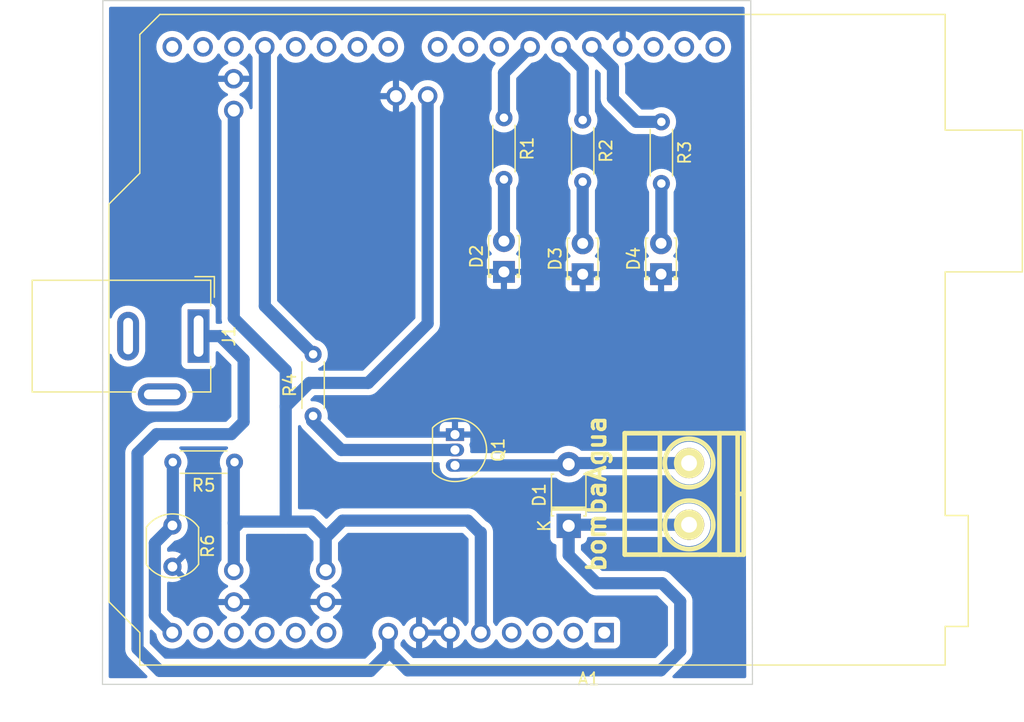
<source format=kicad_pcb>
(kicad_pcb (version 20211014) (generator pcbnew)
  (layers (0 "F.Cu" signal) (31 "B.Cu" signal) (34 "B.Paste" user) (35 "F.Paste" user) (36 "B.SilkS" user "B.Silkscreen") (37 "F.SilkS" user "F.Silkscreen") (38 "B.Mask" user) (39 "F.Mask" user) (44 "Edge.Cuts" user))
  (net 0 "")
  (net 5 "/bateria")
  (net 14 "/D3")
  (net 22 "/D11")
  (net 23 "/D12")
  (net 24 "/D13")
  (net 28 "Net-(D2-Pad2)")
  (net 29 "Net-(D3-Pad2)")
  (net 30 "Net-(D4-Pad2)")
  (net 31 "Net-(Q1-Pad2)")
  (net 32 "VCC")
  (net 33 "GND")
  (net 34 "Net-(D1-Pad2)")
  (net 35 "/LDR")
  (footprint "EESTN5:BORNERA2" (layer "F.Cu") (at 137.56 77.82 90)
    (fp_text reference "J9" hide)
    (fp_text value "bombaAgua" (at 0 -7.62 90) (layer "F.SilkS") (effects (font (size 1.5 1.5) (thickness 0.3))))
    (fp_line (start -5 4) (end 5 4) (layer "F.SilkS") (width 0.381))
    (fp_line (start 0 4) (end 0 4.5) (layer "F.SilkS") (width 0.381))
    (fp_line (start -5 2.5) (end 5 2.5) (layer "F.SilkS") (width 0.381))
    (fp_line (start -5 -5.3) (end -5 4.5) (layer "F.SilkS") (width 0.381))
    (fp_line (start -5 4.5) (end 5 4.5) (layer "F.SilkS") (width 0.381))
    (fp_line (start 5 4.5) (end 5 -5.3) (layer "F.SilkS") (width 0.381))
    (fp_line (start -5 -2.4) (end 5 -2.4) (layer "F.SilkS") (width 0.381))
    (fp_line (start 5 -5.3) (end -5 -5.3) (layer "F.SilkS") (width 0.381))
    (fp_circle (center -2.55 0) (end -0.55 0) (layer "F.SilkS") (width 0.381) (fill none))
    (fp_circle (center 2.55 0) (end 0.55 0) (layer "F.SilkS") (width 0.381) (fill none))
    (pad "1" thru_hole circle locked (at -2.54 0 90) (size 2.5 2.5) (drill 1.3) (layers *.Cu *.Mask "F.SilkS") (net 5 "/bateria"))
    (pad "2" thru_hole circle locked (at 2.54 0 90) (size 2.5 2.5) (drill 1.3) (layers *.Cu *.Mask "F.SilkS") (net 34 "Net-(D1-Pad2)"))
  )
  (footprint "Connector_BarrelJack:BarrelJack_Wuerth_6941xx301002" (layer "F.Cu") (at 97.1804 64.8208 -90)
    (fp_text reference "J1" (at 0 -2.5 90) (layer "F.SilkS"))
    (fp_text value "Jack-DC")
    (fp_line (start -4.9 -1.3) (end -4.9 0.3) (layer "F.SilkS") (width 0.12))
    (fp_line (start -4.6 13.7) (end -4.6 -1) (layer "F.SilkS") (width 0.12))
    (fp_line (start -4.6 -1) (end -2.5 -1) (layer "F.SilkS") (width 0.12))
    (fp_line (start 4.6 5.2) (end 4.6 13.7) (layer "F.SilkS") (width 0.12))
    (fp_line (start -3.2 -1.3) (end -4.9 -1.3) (layer "F.SilkS") (width 0.12))
    (fp_line (start 4.6 13.7) (end -4.6 13.7) (layer "F.SilkS") (width 0.12))
    (fp_line (start 2.5 -1) (end 4.6 -1) (layer "F.SilkS") (width 0.12))
    (fp_line (start 4.6 -1) (end 4.6 0.8) (layer "F.SilkS") (width 0.12))
    (pad "1" thru_hole rect (at 0 0 270) (size 4.4 1.8) (drill oval 3.4 0.8) (layers *.Cu *.Mask) (net 5 "/bateria"))
    (pad "2" thru_hole oval (at 0 5.8 270) (size 4 1.8) (drill oval 3 0.8) (layers *.Cu *.Mask))
    (pad "3" thru_hole oval (at 4.8 3) (size 4 1.8) (drill oval 3 0.8) (layers *.Cu *.Mask))
  )
  (footprint "LED_THT:LED_D1.8mm_W3.3mm_H2.4mm" (layer "F.Cu") (at 122.32 59.532 90)
    (fp_text reference "D2" (at 1.27 -2.26 90) (layer "F.SilkS"))
    (fp_text value "LED")
    (fp_line (start 2.98 -1.26) (end 2.98 -1.095) (layer "F.SilkS") (width 0.12))
    (fp_line (start -0.44 1.26) (end 2.98 1.26) (layer "F.SilkS") (width 0.12))
    (fp_line (start 2.98 1.095) (end 2.98 1.26) (layer "F.SilkS") (width 0.12))
    (fp_line (start -0.2 1.08) (end -0.2 1.26) (layer "F.SilkS") (width 0.12))
    (fp_line (start -0.44 -1.26) (end 2.98 -1.26) (layer "F.SilkS") (width 0.12))
    (fp_line (start -0.44 -1.26) (end -0.44 -1.08) (layer "F.SilkS") (width 0.12))
    (fp_line (start -0.2 -1.26) (end -0.2 -1.08) (layer "F.SilkS") (width 0.12))
    (fp_line (start -0.44 1.08) (end -0.44 1.26) (layer "F.SilkS") (width 0.12))
    (fp_line (start -0.32 1.08) (end -0.32 1.26) (layer "F.SilkS") (width 0.12))
    (fp_line (start -0.32 -1.26) (end -0.32 -1.08) (layer "F.SilkS") (width 0.12))
    (pad "1" thru_hole rect (at 0 0 90) (size 1.8 1.8) (drill 0.9) (layers *.Cu *.Mask) (net 33 "GND"))
    (pad "2" thru_hole circle (at 2.54 0 90) (size 1.8 1.8) (drill 0.9) (layers *.Cu *.Mask) (net 28 "Net-(D2-Pad2)"))
  )
  (footprint "LED_THT:LED_D1.8mm_W3.3mm_H2.4mm" (layer "F.Cu") (at 135.255 59.7154 90)
    (fp_text reference "D4" (at 1.27 -2.26 90) (layer "F.SilkS"))
    (fp_text value "LED")
    (fp_line (start -0.44 -1.26) (end -0.44 -1.08) (layer "F.SilkS") (width 0.12))
    (fp_line (start 2.98 1.095) (end 2.98 1.26) (layer "F.SilkS") (width 0.12))
    (fp_line (start -0.2 1.08) (end -0.2 1.26) (layer "F.SilkS") (width 0.12))
    (fp_line (start -0.32 1.08) (end -0.32 1.26) (layer "F.SilkS") (width 0.12))
    (fp_line (start 2.98 -1.26) (end 2.98 -1.095) (layer "F.SilkS") (width 0.12))
    (fp_line (start -0.44 1.26) (end 2.98 1.26) (layer "F.SilkS") (width 0.12))
    (fp_line (start -0.44 -1.26) (end 2.98 -1.26) (layer "F.SilkS") (width 0.12))
    (fp_line (start -0.44 1.08) (end -0.44 1.26) (layer "F.SilkS") (width 0.12))
    (fp_line (start -0.32 -1.26) (end -0.32 -1.08) (layer "F.SilkS") (width 0.12))
    (fp_line (start -0.2 -1.26) (end -0.2 -1.08) (layer "F.SilkS") (width 0.12))
    (pad "1" thru_hole rect (at 0 0 90) (size 1.8 1.8) (drill 0.9) (layers *.Cu *.Mask) (net 33 "GND"))
    (pad "2" thru_hole circle (at 2.54 0 90) (size 1.8 1.8) (drill 0.9) (layers *.Cu *.Mask) (net 30 "Net-(D4-Pad2)"))
  )
  (footprint "Resistor_THT:R_Axial_DIN0204_L3.6mm_D1.6mm_P5.08mm_Horizontal" (layer "F.Cu") (at 106.61 71.4 90)
    (fp_text reference "R4" (at 2.54 -1.92 90) (layer "F.SilkS"))
    (fp_text value "220")
    (fp_line (start 0.62 -0.92) (end 4.46 -0.92) (layer "F.SilkS") (width 0.12))
    (fp_line (start 0.62 0.92) (end 4.46 0.92) (layer "F.SilkS") (width 0.12))
    (pad "1" thru_hole circle (at 0 0 90) (size 1.4 1.4) (drill 0.7) (layers *.Cu *.Mask) (net 31 "Net-(Q1-Pad2)"))
    (pad "2" thru_hole oval (at 5.08 0 90) (size 1.4 1.4) (drill 0.7) (layers *.Cu *.Mask) (net 14 "/D3"))
  )
  (footprint "" (layer "F.Cu") (at 116.04 45.042864 90)
    (fp_text reference "" (at 0 0 90) (layer "F.SilkS") (effects (font (size 1.27 1.27))))
    (fp_text value "" (at 0 0 90) (layer "F.SilkS") (effects (font (size 1.27 1.27))))
    (pad "senTEM" thru_hole oval (at 0 0 180) (size 1.6 1.6) (drill 1) (layers *.Cu *.Mask) (net 32 "VCC"))
  )
  (footprint "" (layer "F.Cu") (at 107.661136 86.72 180)
    (fp_text reference "" (at 0 0) (layer "F.SilkS") (effects (font (size 1.27 1.27))))
    (fp_text value "" (at 0 0) (layer "F.SilkS") (effects (font (size 1.27 1.27))))
    (pad "senT" thru_hole oval (at 0 0 270) (size 1.6 1.6) (drill 1) (layers *.Cu *.Mask) (net 33 "GND"))
  )
  (footprint "" (layer "F.Cu") (at 107.65 84.11 180)
    (fp_text reference "" (at 0 0) (layer "F.SilkS") (effects (font (size 1.27 1.27))))
    (fp_text value "" (at 0 0) (layer "F.SilkS") (effects (font (size 1.27 1.27))))
    (pad "senT" thru_hole oval (at 0 0 270) (size 1.6 1.6) (drill 1) (layers *.Cu *.Mask) (net 32 "VCC"))
  )
  (footprint "LED_THT:LED_D1.8mm_W3.3mm_H2.4mm" (layer "F.Cu") (at 128.8034 59.7204 90)
    (fp_text reference "D3" (at 1.27 -2.26 90) (layer "F.SilkS"))
    (fp_text value "LED")
    (fp_line (start 2.98 1.095) (end 2.98 1.26) (layer "F.SilkS") (width 0.12))
    (fp_line (start 2.98 -1.26) (end 2.98 -1.095) (layer "F.SilkS") (width 0.12))
    (fp_line (start -0.44 -1.26) (end 2.98 -1.26) (layer "F.SilkS") (width 0.12))
    (fp_line (start -0.32 1.08) (end -0.32 1.26) (layer "F.SilkS") (width 0.12))
    (fp_line (start -0.2 1.08) (end -0.2 1.26) (layer "F.SilkS") (width 0.12))
    (fp_line (start -0.44 -1.26) (end -0.44 -1.08) (layer "F.SilkS") (width 0.12))
    (fp_line (start -0.44 1.08) (end -0.44 1.26) (layer "F.SilkS") (width 0.12))
    (fp_line (start -0.2 -1.26) (end -0.2 -1.08) (layer "F.SilkS") (width 0.12))
    (fp_line (start -0.44 1.26) (end 2.98 1.26) (layer "F.SilkS") (width 0.12))
    (fp_line (start -0.32 -1.26) (end -0.32 -1.08) (layer "F.SilkS") (width 0.12))
    (pad "1" thru_hole rect (at 0 0 90) (size 1.8 1.8) (drill 0.9) (layers *.Cu *.Mask) (net 33 "GND"))
    (pad "2" thru_hole circle (at 2.54 0 90) (size 1.8 1.8) (drill 0.9) (layers *.Cu *.Mask) (net 29 "Net-(D3-Pad2)"))
  )
  (footprint "" (layer "F.Cu") (at 100.08 46.23)
    (fp_text reference "" (at 0 0) (layer "F.SilkS") (effects (font (size 1.27 1.27))))
    (fp_text value "" (at 0 0) (layer "F.SilkS") (effects (font (size 1.27 1.27))))
    (pad "senTEM" thru_hole oval (at 0 0 90) (size 1.6 1.6) (drill 1) (layers *.Cu *.Mask) (net 32 "VCC"))
  )
  (footprint "" (layer "F.Cu") (at 113.43 45.054 90)
    (fp_text reference "" (at 0 0 90) (layer "F.SilkS") (effects (font (size 1.27 1.27))))
    (fp_text value "" (at 0 0 90) (layer "F.SilkS") (effects (font (size 1.27 1.27))))
    (pad "senTEM" thru_hole oval (at 0 0 180) (size 1.6 1.6) (drill 1) (layers *.Cu *.Mask) (net 33 "GND"))
  )
  (footprint "OptoDevice:R_LDR_5.1x4.3mm_P3.4mm_Vertical" (layer "F.Cu") (at 95.03 80.42 -90)
    (fp_text reference "R6" (at 1.7 -2.9 90) (layer "F.SilkS"))
    (fp_text value "LDR07")
    (fp_line (start 0.15 2.15) (end 3.2 2.15) (layer "F.SilkS") (width 0.12))
    (fp_line (start 0.15 -2.15) (end 3.2 -2.15) (layer "F.SilkS") (width 0.12))
    (fp_arc (start 0.15 2.15) (mid -0.950438 -0.013368) (end 0.171766 -2.165525) (layer "F.SilkS") (width 0.12))
    (fp_arc (start 3.2 -2.15) (mid 4.321403 -0.027338) (end 3.244513 2.118249) (layer "F.SilkS") (width 0.12))
    (pad "1" thru_hole circle (at 0 0 270) (size 1.5 1.5) (drill 0.8) (layers *.Cu *.Mask) (net 35 "/LDR"))
    (pad "2" thru_hole circle (at 3.4 0 270) (size 1.5 1.5) (drill 0.8) (layers *.Cu *.Mask) (net 33 "GND"))
  )
  (footprint "" (layer "F.Cu") (at 100.09 86.73 180)
    (fp_text reference "" (at 0 0) (layer "F.SilkS") (effects (font (size 1.27 1.27))))
    (fp_text value "" (at 0 0) (layer "F.SilkS") (effects (font (size 1.27 1.27))))
    (pad "senLL" thru_hole oval (at 0 0 270) (size 1.6 1.6) (drill 1) (layers *.Cu *.Mask) (net 33 "GND"))
  )
  (footprint "Resistor_THT:R_Axial_DIN0204_L3.6mm_D1.6mm_P5.08mm_Horizontal" (layer "F.Cu") (at 128.8034 47.0204 -90)
    (fp_text reference "R2" (at 2.54 -1.92 90) (layer "F.SilkS"))
    (fp_text value "220")
    (fp_line (start 0.62 -0.92) (end 4.46 -0.92) (layer "F.SilkS") (width 0.12))
    (fp_line (start 0.62 0.92) (end 4.46 0.92) (layer "F.SilkS") (width 0.12))
    (pad "1" thru_hole circle (at 0 0 270) (size 1.4 1.4) (drill 0.7) (layers *.Cu *.Mask) (net 23 "/D12"))
    (pad "2" thru_hole oval (at 5.08 0 270) (size 1.4 1.4) (drill 0.7) (layers *.Cu *.Mask) (net 29 "Net-(D3-Pad2)"))
  )
  (footprint "Resistor_THT:R_Axial_DIN0204_L3.6mm_D1.6mm_P5.08mm_Horizontal" (layer "F.Cu") (at 135.2804 47.1678 -90)
    (fp_text reference "R3" (at 2.54 -1.92 90) (layer "F.SilkS"))
    (fp_text value "220")
    (fp_line (start 0.62 -0.92) (end 4.46 -0.92) (layer "F.SilkS") (width 0.12))
    (fp_line (start 0.62 0.92) (end 4.46 0.92) (layer "F.SilkS") (width 0.12))
    (pad "1" thru_hole circle (at 0 0 270) (size 1.4 1.4) (drill 0.7) (layers *.Cu *.Mask) (net 24 "/D13"))
    (pad "2" thru_hole oval (at 5.08 0 270) (size 1.4 1.4) (drill 0.7) (layers *.Cu *.Mask) (net 30 "Net-(D4-Pad2)"))
  )
  (footprint "" (layer "F.Cu") (at 100.078864 84.12 180)
    (fp_text reference "" (at 0 0) (layer "F.SilkS") (effects (font (size 1.27 1.27))))
    (fp_text value "" (at 0 0) (layer "F.SilkS") (effects (font (size 1.27 1.27))))
    (pad "senLL" thru_hole oval (at 0 0 270) (size 1.6 1.6) (drill 1) (layers *.Cu *.Mask) (net 32 "VCC"))
  )
  (footprint "Package_TO_SOT_THT:TO-92_Inline" (layer "F.Cu") (at 118.29 72.93 -90)
    (fp_text reference "Q1" (at 1.27 -3.56 90) (layer "F.SilkS"))
    (fp_text value "PN2222A")
    (fp_line (start -0.53 1.85) (end 3.07 1.85) (layer "F.SilkS") (width 0.12))
    (fp_arc (start -0.568478 1.838478) (mid -1.132087 -0.994977) (end 1.27 -2.6) (layer "F.SilkS") (width 0.12))
    (fp_arc (start 1.27 -2.6) (mid 3.672087 -0.994977) (end 3.108478 1.838478) (layer "F.SilkS") (width 0.12))
    (pad "1" thru_hole rect (at 0 0 270) (size 1.05 1.5) (drill 0.75) (layers *.Cu *.Mask) (net 33 "GND"))
    (pad "2" thru_hole oval (at 1.27 0 270) (size 1.05 1.5) (drill 0.75) (layers *.Cu *.Mask) (net 31 "Net-(Q1-Pad2)"))
    (pad "3" thru_hole oval (at 2.54 0 270) (size 1.05 1.5) (drill 0.75) (layers *.Cu *.Mask) (net 34 "Net-(D1-Pad2)"))
  )
  (footprint "" (layer "F.Cu") (at 100.068864 43.62)
    (fp_text reference "" (at 0 0) (layer "F.SilkS") (effects (font (size 1.27 1.27))))
    (fp_text value "" (at 0 0) (layer "F.SilkS") (effects (font (size 1.27 1.27))))
    (pad "senTEM" thru_hole oval (at 0 0 90) (size 1.6 1.6) (drill 1) (layers *.Cu *.Mask) (net 33 "GND"))
  )
  (footprint "Diode_THT:D_T-1_P5.08mm_Horizontal" (layer "F.Cu") (at 127.65 80.45 90)
    (fp_text reference "D1" (at 2.54 -2.42 90) (layer "F.SilkS"))
    (fp_text value "D")
    (fp_text user "K" (at 0 -2 90) (layer "F.SilkS"))
    (fp_line (start 0.82 -1.42) (end 4.26 -1.42) (layer "F.SilkS") (width 0.12))
    (fp_line (start 1.54 -1.42) (end 1.54 1.42) (layer "F.SilkS") (width 0.12))
    (fp_line (start 4.26 -1.42) (end 4.26 -1.24) (layer "F.SilkS") (width 0.12))
    (fp_line (start 0.82 1.42) (end 4.26 1.42) (layer "F.SilkS") (width 0.12))
    (fp_line (start 4.26 1.42) (end 4.26 1.24) (layer "F.SilkS") (width 0.12))
    (fp_line (start 1.42 -1.42) (end 1.42 1.42) (layer "F.SilkS") (width 0.12))
    (fp_line (start 0.82 -1.24) (end 0.82 -1.42) (layer "F.SilkS") (width 0.12))
    (fp_line (start 1.3 -1.42) (end 1.3 1.42) (layer "F.SilkS") (width 0.12))
    (fp_line (start 0.82 1.24) (end 0.82 1.42) (layer "F.SilkS") (width 0.12))
    (pad "1" thru_hole rect (at 0 0 90) (size 2 2) (drill 1) (layers *.Cu *.Mask) (net 5 "/bateria"))
    (pad "2" thru_hole oval (at 5.08 0 90) (size 2 2) (drill 1) (layers *.Cu *.Mask) (net 34 "Net-(D1-Pad2)"))
  )
  (footprint "Resistor_THT:R_Axial_DIN0204_L3.6mm_D1.6mm_P5.08mm_Horizontal" (layer "F.Cu") (at 100.14 75.2 180)
    (fp_text reference "R5" (at 2.54 -1.92) (layer "F.SilkS"))
    (fp_text value "1k")
    (fp_line (start 0.62 0.92) (end 4.46 0.92) (layer "F.SilkS") (width 0.12))
    (fp_line (start 0.62 -0.92) (end 4.46 -0.92) (layer "F.SilkS") (width 0.12))
    (pad "1" thru_hole circle (at 0 0 180) (size 1.4 1.4) (drill 0.7) (layers *.Cu *.Mask) (net 32 "VCC"))
    (pad "2" thru_hole oval (at 5.08 0 180) (size 1.4 1.4) (drill 0.7) (layers *.Cu *.Mask) (net 35 "/LDR"))
  )
  (footprint "Module:Arduino_UNO_R3" (layer "F.Cu") (at 130.575 89.25 180)
    (fp_text reference "A1" (at 1.27 -3.81) (layer "F.SilkS"))
    (fp_text value "Arduino_UNO_R3")
    (fp_line (start -28.07 0.51) (end -29.97 0.51) (layer "F.SilkS") (width 0.12))
    (fp_line (start 38.23 37.85) (end 40.77 35.31) (layer "F.SilkS") (width 0.12))
    (fp_line (start 38.23 49.28) (end 38.23 37.85) (layer "F.SilkS") (width 0.12))
    (fp_line (start 38.23 0) (end 38.23 -2.67) (layer "F.SilkS") (width 0.12))
    (fp_line (start -28.07 9.65) (end -28.07 29.72) (layer "F.SilkS") (width 0.12))
    (fp_line (start -29.97 9.65) (end -28.07 9.65) (layer "F.SilkS") (width 0.12))
    (fp_line (start -34.42 41.4) (end -28.07 41.4) (layer "F.SilkS") (width 0.12))
    (fp_line (start -28.07 41.4) (end -28.07 50.93) (layer "F.SilkS") (width 0.12))
    (fp_line (start -28.07 -2.67) (end -28.07 0.51) (layer "F.SilkS") (width 0.12))
    (fp_line (start -28.07 50.93) (end 36.58 50.93) (layer "F.SilkS") (width 0.12))
    (fp_line (start 40.77 35.31) (end 40.77 2.54) (layer "F.SilkS") (width 0.12))
    (fp_line (start 38.23 -2.67) (end -28.07 -2.67) (layer "F.SilkS") (width 0.12))
    (fp_line (start -28.07 29.72) (end -34.42 29.72) (layer "F.SilkS") (width 0.12))
    (fp_line (start -29.97 0.51) (end -29.97 9.65) (layer "F.SilkS") (width 0.12))
    (fp_line (start 36.58 50.93) (end 38.23 49.28) (layer "F.SilkS") (width 0.12))
    (fp_line (start 40.77 2.54) (end 38.23 0) (layer "F.SilkS") (width 0.12))
    (fp_line (start -34.42 29.72) (end -34.42 41.4) (layer "F.SilkS") (width 0.12))
    (pad "1" thru_hole rect (at 0 0 270) (size 1.6 1.6) (drill 1) (layers *.Cu *.Mask))
    (pad "2" thru_hole oval (at 2.54 0 270) (size 1.6 1.6) (drill 1) (layers *.Cu *.Mask))
    (pad "3" thru_hole oval (at 5.08 0 270) (size 1.6 1.6) (drill 1) (layers *.Cu *.Mask))
    (pad "4" thru_hole oval (at 7.62 0 270) (size 1.6 1.6) (drill 1) (layers *.Cu *.Mask))
    (pad "5" thru_hole oval (at 10.16 0 270) (size 1.6 1.6) (drill 1) (layers *.Cu *.Mask) (net 32 "VCC"))
    (pad "6" thru_hole oval (at 12.7 0 270) (size 1.6 1.6) (drill 1) (layers *.Cu *.Mask) (net 33 "GND"))
    (pad "7" thru_hole oval (at 15.24 0 270) (size 1.6 1.6) (drill 1) (layers *.Cu *.Mask) (net 33 "GND"))
    (pad "8" thru_hole oval (at 17.78 0 270) (size 1.6 1.6) (drill 1) (layers *.Cu *.Mask) (net 5 "/bateria"))
    (pad "9" thru_hole oval (at 22.86 0 270) (size 1.6 1.6) (drill 1) (layers *.Cu *.Mask))
    (pad "10" thru_hole oval (at 25.4 0 270) (size 1.6 1.6) (drill 1) (layers *.Cu *.Mask))
    (pad "11" thru_hole oval (at 27.94 0 270) (size 1.6 1.6) (drill 1) (layers *.Cu *.Mask))
    (pad "12" thru_hole oval (at 30.48 0 270) (size 1.6 1.6) (drill 1) (layers *.Cu *.Mask))
    (pad "13" thru_hole oval (at 33.02 0 270) (size 1.6 1.6) (drill 1) (layers *.Cu *.Mask))
    (pad "14" thru_hole oval (at 35.56 0 270) (size 1.6 1.6) (drill 1) (layers *.Cu *.Mask) (net 35 "/LDR"))
    (pad "15" thru_hole oval (at 35.56 48.26 270) (size 1.6 1.6) (drill 1) (layers *.Cu *.Mask))
    (pad "16" thru_hole oval (at 33.02 48.26 270) (size 1.6 1.6) (drill 1) (layers *.Cu *.Mask))
    (pad "17" thru_hole oval (at 30.48 48.26 270) (size 1.6 1.6) (drill 1) (layers *.Cu *.Mask))
    (pad "18" thru_hole oval (at 27.94 48.26 270) (size 1.6 1.6) (drill 1) (layers *.Cu *.Mask) (net 14 "/D3"))
    (pad "19" thru_hole oval (at 25.4 48.26 270) (size 1.6 1.6) (drill 1) (layers *.Cu *.Mask))
    (pad "20" thru_hole oval (at 22.86 48.26 270) (size 1.6 1.6) (drill 1) (layers *.Cu *.Mask))
    (pad "21" thru_hole oval (at 20.32 48.26 270) (size 1.6 1.6) (drill 1) (layers *.Cu *.Mask))
    (pad "22" thru_hole oval (at 17.78 48.26 270) (size 1.6 1.6) (drill 1) (layers *.Cu *.Mask))
    (pad "23" thru_hole oval (at 13.72 48.26 270) (size 1.6 1.6) (drill 1) (layers *.Cu *.Mask))
    (pad "24" thru_hole oval (at 11.18 48.26 270) (size 1.6 1.6) (drill 1) (layers *.Cu *.Mask))
    (pad "25" thru_hole oval (at 8.64 48.26 270) (size 1.6 1.6) (drill 1) (layers *.Cu *.Mask))
    (pad "26" thru_hole oval (at 6.1 48.26 270) (size 1.6 1.6) (drill 1) (layers *.Cu *.Mask) (net 22 "/D11"))
    (pad "27" thru_hole oval (at 3.56 48.26 270) (size 1.6 1.6) (drill 1) (layers *.Cu *.Mask) (net 23 "/D12"))
    (pad "28" thru_hole oval (at 1.02 48.26 270) (size 1.6 1.6) (drill 1) (layers *.Cu *.Mask) (net 24 "/D13"))
    (pad "29" thru_hole oval (at -1.52 48.26 270) (size 1.6 1.6) (drill 1) (layers *.Cu *.Mask) (net 33 "GND"))
    (pad "30" thru_hole oval (at -4.06 48.26 270) (size 1.6 1.6) (drill 1) (layers *.Cu *.Mask))
    (pad "31" thru_hole oval (at -6.6 48.26 270) (size 1.6 1.6) (drill 1) (layers *.Cu *.Mask))
    (pad "32" thru_hole oval (at -9.14 48.26 270) (size 1.6 1.6) (drill 1) (layers *.Cu *.Mask))
  )
  (footprint "Resistor_THT:R_Axial_DIN0204_L3.6mm_D1.6mm_P5.08mm_Horizontal" (layer "F.Cu") (at 122.32 46.832 -90)
    (fp_text reference "R1" (at 2.54 -1.92 90) (layer "F.SilkS"))
    (fp_text value "220")
    (fp_line (start 0.62 0.92) (end 4.46 0.92) (layer "F.SilkS") (width 0.12))
    (fp_line (start 0.62 -0.92) (end 4.46 -0.92) (layer "F.SilkS") (width 0.12))
    (pad "1" thru_hole circle (at 0 0 270) (size 1.4 1.4) (drill 0.7) (layers *.Cu *.Mask) (net 22 "/D11"))
    (pad "2" thru_hole oval (at 5.08 0 270) (size 1.4 1.4) (drill 0.7) (layers *.Cu *.Mask) (net 28 "Net-(D2-Pad2)"))
  )
  (gr_line (start 89.27 93.51) (end 142.77 93.51) (layer "Edge.Cuts") (width 0.1))
  (gr_line (start 89.3 37.18) (end 142.64 37.18) (layer "Edge.Cuts") (width 0.1))
  (gr_line (start 89.27 93.51) (end 89.3 37.18) (layer "Edge.Cuts") (width 0.1))
  (gr_line (start 142.78 93.5) (end 142.64 37.18) (layer "Edge.Cuts") (width 0.1))
  (segment (start 136.8298 86.6648) (end 135.3439 85.1789) (width 1) (layer "B.Cu") (net 5))
  (segment (start 135.2296 92.3544) (end 136.8298 90.7542) (width 1) (layer "B.Cu") (net 5))
  (segment (start 127.74 80.36) (end 127.65 80.45) (width 1) (layer "B.Cu") (net 5))
  (segment (start 112.795 89.25) (end 112.795 90.9384) (width 1) (layer "B.Cu") (net 5))
  (segment (start 135.3439 85.1789) (end 129.9591 85.1789) (width 1) (layer "B.Cu") (net 5))
  (segment (start 100.8888 66.7512) (end 98.9584 64.8208) (width 1) (layer "B.Cu") (net 5))
  (segment (start 99.8728 72.898) (end 100.8888 71.882) (width 1) (layer "B.Cu") (net 5))
  (segment (start 127.65 80.45) (end 127.65 82.8698) (width 1) (layer "B.Cu") (net 5))
  (segment (start 127.65 82.8698) (end 129.9591 85.1789) (width 1) (layer "B.Cu") (net 5))
  (segment (start 112.795 90.9384) (end 111.3282 92.4052) (width 1) (layer "B.Cu") (net 5))
  (segment (start 100.8888 71.882) (end 100.8888 66.7512) (width 1) (layer "B.Cu") (net 5))
  (segment (start 112.795 89.25) (end 112.795 90.7478) (width 1) (layer "B.Cu") (net 5))
  (segment (start 112.795 90.7478) (end 114.4016 92.3544) (width 1) (layer "B.Cu") (net 5))
  (segment (start 92.1512 90.5764) (end 92.1512 74.4728) (width 1) (layer "B.Cu") (net 5))
  (segment (start 111.3282 92.4052) (end 93.98 92.4052) (width 1) (layer "B.Cu") (net 5))
  (segment (start 114.4016 92.3544) (end 135.2296 92.3544) (width 1) (layer "B.Cu") (net 5))
  (segment (start 92.1512 74.4728) (end 93.726 72.898) (width 1) (layer "B.Cu") (net 5))
  (segment (start 93.98 92.4052) (end 92.1512 90.5764) (width 1) (layer "B.Cu") (net 5))
  (segment (start 93.726 72.898) (end 99.8728 72.898) (width 1) (layer "B.Cu") (net 5))
  (segment (start 136.8298 90.7542) (end 136.8298 86.6648) (width 1) (layer "B.Cu") (net 5))
  (segment (start 137.56 80.36) (end 127.74 80.36) (width 1) (layer "B.Cu") (net 5))
  (segment (start 98.9584 64.8208) (end 97.1804 64.8208) (width 1) (layer "B.Cu") (net 5))
  (segment (start 106.61 66.32) (end 106.3 66.32) (width 0.25) (layer "B.Cu") (net 14))
  (segment (start 102.635 41.525) (end 102.76 41.65) (width 0.25) (layer "B.Cu") (net 14))
  (segment (start 102.635 40.99) (end 102.635 41.525) (width 0.25) (layer "B.Cu") (net 14))
  (segment (start 102.635 62.345) (end 102.635 40.99) (width 1) (layer "B.Cu") (net 14))
  (segment (start 106.61 66.32) (end 102.635 62.345) (width 1) (layer "B.Cu") (net 14))
  (segment (start 106.3 66.32) (end 106.19 66.43) (width 0.25) (layer "B.Cu") (net 14))
  (segment (start 122.32 43.145) (end 124.475 40.99) (width 1) (layer "B.Cu") (net 22))
  (segment (start 122.32 46.832) (end 122.32 43.145) (width 1) (layer "B.Cu") (net 22))
  (segment (start 128.8034 42.7784) (end 127.015 40.99) (width 1) (layer "B.Cu") (net 23))
  (segment (start 128.8034 47.0204) (end 128.8034 42.7784) (width 1) (layer "B.Cu") (net 23))
  (segment (start 131.2926 45.2374) (end 133.223 47.1678) (width 1) (layer "B.Cu") (net 24))
  (segment (start 131.2926 42.7276) (end 131.2926 45.2374) (width 1) (layer "B.Cu") (net 24))
  (segment (start 133.223 47.1678) (end 135.2804 47.1678) (width 1) (layer "B.Cu") (net 24))
  (segment (start 129.555 40.99) (end 131.2926 42.7276) (width 1) (layer "B.Cu") (net 24))
  (segment (start 122.32 56.992) (end 122.32 51.912) (width 1) (layer "B.Cu") (net 28))
  (segment (start 128.8034 57.1804) (end 128.8034 52.1004) (width 1) (layer "B.Cu") (net 29))
  (segment (start 135.2804 52.2478) (end 135.2804 57.15) (width 1) (layer "B.Cu") (net 30))
  (segment (start 135.2804 57.15) (end 135.255 57.1754) (width 0.25) (layer "B.Cu") (net 30))
  (segment (start 106.52 71.79) (end 108.93 74.2) (width 1) (layer "B.Cu") (net 31))
  (segment (start 108.93 74.2) (end 118.29 74.2) (width 1) (layer "B.Cu") (net 31))
  (segment (start 106.61 71.4) (end 106.61 71.7) (width 1) (layer "B.Cu") (net 31))
  (segment (start 106.61 71.7) (end 106.52 71.79) (width 1) (layer "B.Cu") (net 31))
  (segment (start 107.65 81.3) (end 106.45 80.1) (width 1) (layer "B.Cu") (net 32))
  (segment (start 104.3548 80.1) (end 100.66 80.1) (width 1) (layer "B.Cu") (net 32))
  (segment (start 106.45 80.1) (end 104.3548 80.1) (width 1) (layer "B.Cu") (net 32))
  (segment (start 100.66 80.1) (end 100.31 80.45) (width 1) (layer "B.Cu") (net 32))
  (segment (start 120.415 89.25) (end 120.415 80.995) (width 1) (layer "B.Cu") (net 32))
  (segment (start 111.144 68.676) (end 106.3024 68.676) (width 1) (layer "B.Cu") (net 32))
  (segment (start 100.078864 80.218864) (end 100.078864 75.261136) (width 1) (layer "B.Cu") (net 32))
  (segment (start 100.08 46.23) (end 100.08 63.3516) (width 1) (layer "B.Cu") (net 32))
  (segment (start 109.04 80.02) (end 107.65 81.41) (width 1) (layer "B.Cu") (net 32))
  (segment (start 100.078864 84.12) (end 100.078864 80.218864) (width 1) (layer "B.Cu") (net 32))
  (segment (start 104.3548 67.6264) (end 104.3548 70.6236) (width 1) (layer "B.Cu") (net 32))
  (segment (start 100.078864 75.261136) (end 100.14 75.2) (width 1) (layer "B.Cu") (net 32))
  (segment (start 104.3548 70.6236) (end 104.3548 80.1) (width 1) (layer "B.Cu") (net 32))
  (segment (start 119.35 80.02) (end 109.04 80.02) (width 1) (layer "B.Cu") (net 32))
  (segment (start 107.65 84.11) (end 107.65 81.41) (width 1) (layer "B.Cu") (net 32))
  (segment (start 116.04 63.78) (end 111.144 68.676) (width 1) (layer "B.Cu") (net 32))
  (segment (start 116.04 45.042864) (end 116.04 63.78) (width 1) (layer "B.Cu") (net 32))
  (segment (start 120.325 80.995) (end 119.35 80.02) (width 1) (layer "B.Cu") (net 32))
  (segment (start 107.65 81.41) (end 107.65 81.3) (width 1) (layer "B.Cu") (net 32))
  (segment (start 106.3024 68.676) (end 104.3548 70.6236) (width 1) (layer "B.Cu") (net 32))
  (segment (start 100.31 80.45) (end 100.078864 80.218864) (width 1) (layer "B.Cu") (net 32))
  (segment (start 100.08 63.3516) (end 104.3548 67.6264) (width 1) (layer "B.Cu") (net 32))
  (segment (start 118.065 72.93) (end 118.29 72.93) (width 0.25) (layer "B.Cu") (net 33))
  (segment (start 137.56 75.28) (end 127.74 75.28) (width 1) (layer "B.Cu") (net 34))
  (segment (start 127.65 75.37) (end 127.55 75.47) (width 1) (layer "B.Cu") (net 34))
  (segment (start 127.74 75.28) (end 127.65 75.37) (width 1) (layer "B.Cu") (net 34))
  (segment (start 127.55 75.47) (end 118.29 75.47) (width 1) (layer "B.Cu") (net 34))
  (segment (start 95.06 75.2) (end 95.06 80.39) (width 1) (layer "B.Cu") (net 35))
  (segment (start 95.06 80.39) (end 95.03 80.42) (width 1) (layer "B.Cu") (net 35))
  (segment (start 93.580489 87.815489) (end 95.015 89.25) (width 1) (layer "B.Cu") (net 35))
  (segment (start 93.580489 81.869511) (end 93.580489 87.815489) (width 1) (layer "B.Cu") (net 35))
  (segment (start 95.03 80.42) (end 93.580489 81.869511) (width 1) (layer "B.Cu") (net 35))
  (zone (net 33) (net_name "GND") (layer "B.Cu") (connect_pads (clearance 0.508)) (min_thickness 0.254) (fill yes (thermal_gap 0.508) (thermal_bridge_width 0.508))
    (polygon (pts (xy 142.7734 93.4974) (xy 89.2556 93.4974) (xy 89.3064 37.1856) (xy 142.621 37.1856)))
  )
)
</source>
